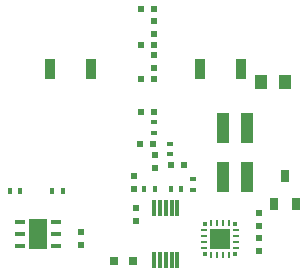
<source format=gtp>
G04 #@! TF.FileFunction,Paste,Top*
%FSLAX46Y46*%
G04 Gerber Fmt 4.6, Leading zero omitted, Abs format (unit mm)*
G04 Created by KiCad (PCBNEW 4.0.7-e2-6376~60~ubuntu17.10.1) date Mon Apr  2 23:18:42 2018*
%MOMM*%
%LPD*%
G01*
G04 APERTURE LIST*
%ADD10C,0.100000*%
%ADD11R,0.500000X0.600000*%
%ADD12R,0.600000X0.500000*%
%ADD13R,0.800000X0.800000*%
%ADD14R,0.400000X0.600000*%
%ADD15R,0.300000X1.400000*%
%ADD16R,1.600000X2.500000*%
%ADD17R,0.850000X0.450000*%
%ADD18R,0.600000X0.400000*%
%ADD19R,1.000000X2.580000*%
%ADD20R,0.900000X1.700000*%
%ADD21R,1.000000X1.250000*%
%ADD22R,0.300000X0.300000*%
%ADD23R,0.550000X0.250000*%
%ADD24R,0.250000X0.550000*%
%ADD25R,1.700000X1.700000*%
%ADD26R,0.800000X1.000000*%
G04 APERTURE END LIST*
D10*
D11*
X174053500Y-147024000D03*
X174053500Y-148124000D03*
X174040800Y-146032400D03*
X174040800Y-144932400D03*
X159004000Y-146558000D03*
X159004000Y-147658000D03*
X163677600Y-145634800D03*
X163677600Y-144534800D03*
D12*
X165205500Y-127635000D03*
X164105500Y-127635000D03*
X165142000Y-130708400D03*
X164042000Y-130708400D03*
D13*
X161823600Y-148996400D03*
X163423600Y-148996400D03*
D14*
X153866000Y-143052800D03*
X152966000Y-143052800D03*
X157472800Y-143052800D03*
X156572800Y-143052800D03*
D15*
X167166800Y-144510400D03*
X166666800Y-144510400D03*
X166166800Y-144510400D03*
X165666800Y-144510400D03*
X165166800Y-144510400D03*
X165166800Y-148910400D03*
X165666800Y-148910400D03*
X166166800Y-148910400D03*
X166666800Y-148910400D03*
X167166800Y-148910400D03*
D16*
X155346400Y-146710400D03*
D17*
X153846400Y-145710400D03*
X153846400Y-146710400D03*
X153846400Y-147710400D03*
X156846400Y-147710400D03*
X156846400Y-146710400D03*
X156846400Y-145710400D03*
D12*
X165201600Y-136347200D03*
X164101600Y-136347200D03*
X165091200Y-139039600D03*
X163991200Y-139039600D03*
X167682000Y-140868400D03*
X166582000Y-140868400D03*
D11*
X165303200Y-140022400D03*
X165303200Y-141122400D03*
D18*
X165201600Y-138118000D03*
X165201600Y-137218000D03*
X166573200Y-139946800D03*
X166573200Y-139046800D03*
D14*
X166580400Y-142900400D03*
X167480400Y-142900400D03*
D11*
X163474400Y-142891600D03*
X163474400Y-141791600D03*
D19*
X173059600Y-137716600D03*
X173059600Y-141886600D03*
X171059600Y-137716600D03*
X171059600Y-141886600D03*
D20*
X159815000Y-132715000D03*
X156415000Y-132715000D03*
D14*
X164345200Y-142900400D03*
X165245200Y-142900400D03*
D18*
X168452800Y-142044000D03*
X168452800Y-142944000D03*
D12*
X165201600Y-133604000D03*
X164101600Y-133604000D03*
D21*
X174260000Y-133807200D03*
X176260000Y-133807200D03*
D20*
X172515000Y-132715000D03*
X169115000Y-132715000D03*
D11*
X165201600Y-129725600D03*
X165201600Y-128625600D03*
X165201600Y-132680800D03*
X165201600Y-131580800D03*
D22*
X172054600Y-148381800D03*
D23*
X172139600Y-147866800D03*
X172139600Y-147366800D03*
X172139600Y-146866800D03*
X172139600Y-146366800D03*
D22*
X172054600Y-145851800D03*
D24*
X171039600Y-145766800D03*
X171539600Y-145766800D03*
X170539600Y-145766800D03*
X170039600Y-145766800D03*
D22*
X169524600Y-148381800D03*
D23*
X169439600Y-146366800D03*
X169439600Y-146866800D03*
X169439600Y-147366800D03*
X169439600Y-147866800D03*
D22*
X169524600Y-145851800D03*
D24*
X170039600Y-148466800D03*
X170539600Y-148466800D03*
X171039600Y-148466800D03*
X171539600Y-148466800D03*
D25*
X170789600Y-147116800D03*
D26*
X176276000Y-141751200D03*
X175326000Y-144151200D03*
X177226000Y-144151200D03*
M02*

</source>
